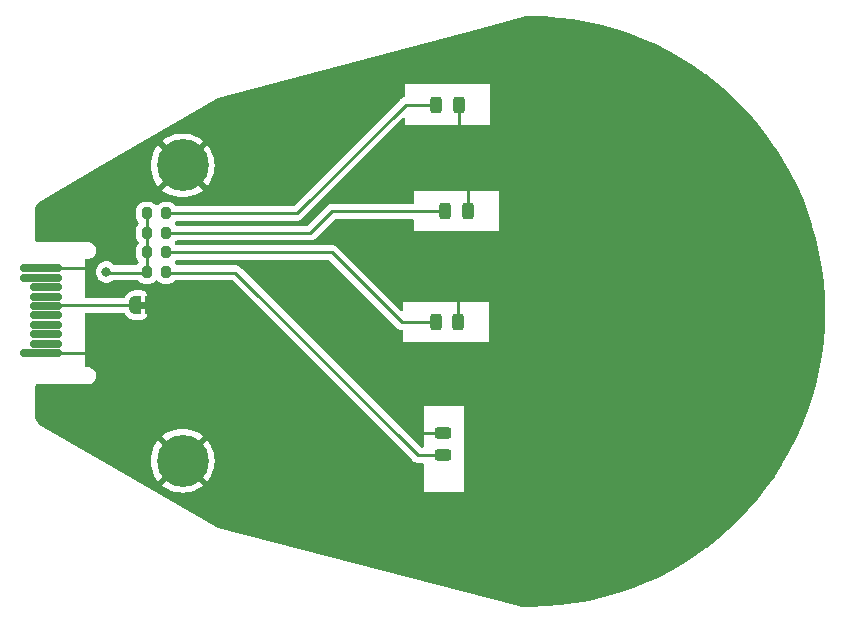
<source format=gbl>
G04 #@! TF.GenerationSoftware,KiCad,Pcbnew,8.0.1*
G04 #@! TF.CreationDate,2024-04-08T19:57:06+01:00*
G04 #@! TF.ProjectId,hexpansion,68657870-616e-4736-996f-6e2e6b696361,rev?*
G04 #@! TF.SameCoordinates,Original*
G04 #@! TF.FileFunction,Copper,L2,Bot*
G04 #@! TF.FilePolarity,Positive*
%FSLAX46Y46*%
G04 Gerber Fmt 4.6, Leading zero omitted, Abs format (unit mm)*
G04 Created by KiCad (PCBNEW 8.0.1) date 2024-04-08 19:57:06*
%MOMM*%
%LPD*%
G01*
G04 APERTURE LIST*
G04 Aperture macros list*
%AMRoundRect*
0 Rectangle with rounded corners*
0 $1 Rounding radius*
0 $2 $3 $4 $5 $6 $7 $8 $9 X,Y pos of 4 corners*
0 Add a 4 corners polygon primitive as box body*
4,1,4,$2,$3,$4,$5,$6,$7,$8,$9,$2,$3,0*
0 Add four circle primitives for the rounded corners*
1,1,$1+$1,$2,$3*
1,1,$1+$1,$4,$5*
1,1,$1+$1,$6,$7*
1,1,$1+$1,$8,$9*
0 Add four rect primitives between the rounded corners*
20,1,$1+$1,$2,$3,$4,$5,0*
20,1,$1+$1,$4,$5,$6,$7,0*
20,1,$1+$1,$6,$7,$8,$9,0*
20,1,$1+$1,$8,$9,$2,$3,0*%
%AMFreePoly0*
4,1,19,0.500000,-0.750000,0.000000,-0.750000,0.000000,-0.744911,-0.071157,-0.744911,-0.207708,-0.704816,-0.327430,-0.627875,-0.420627,-0.520320,-0.479746,-0.390866,-0.500000,-0.250000,-0.500000,0.250000,-0.479746,0.390866,-0.420627,0.520320,-0.327430,0.627875,-0.207708,0.704816,-0.071157,0.744911,0.000000,0.744911,0.000000,0.750000,0.500000,0.750000,0.500000,-0.750000,0.500000,-0.750000,
$1*%
%AMFreePoly1*
4,1,19,0.000000,0.744911,0.071157,0.744911,0.207708,0.704816,0.327430,0.627875,0.420627,0.520320,0.479746,0.390866,0.500000,0.250000,0.500000,-0.250000,0.479746,-0.390866,0.420627,-0.520320,0.327430,-0.627875,0.207708,-0.704816,0.071157,-0.744911,0.000000,-0.744911,0.000000,-0.750000,-0.500000,-0.750000,-0.500000,0.750000,0.000000,0.750000,0.000000,0.744911,0.000000,0.744911,
$1*%
G04 Aperture macros list end*
G04 #@! TA.AperFunction,EtchedComponent*
%ADD10C,0.000000*%
G04 #@! TD*
G04 #@! TA.AperFunction,SMDPad,CuDef*
%ADD11RoundRect,0.150000X-1.600000X-0.150000X1.600000X-0.150000X1.600000X0.150000X-1.600000X0.150000X0*%
G04 #@! TD*
G04 #@! TA.AperFunction,SMDPad,CuDef*
%ADD12RoundRect,0.150000X-1.200000X-0.150000X1.200000X-0.150000X1.200000X0.150000X-1.200000X0.150000X0*%
G04 #@! TD*
G04 #@! TA.AperFunction,ComponentPad*
%ADD13C,0.700000*%
G04 #@! TD*
G04 #@! TA.AperFunction,ComponentPad*
%ADD14C,4.400000*%
G04 #@! TD*
G04 #@! TA.AperFunction,SMDPad,CuDef*
%ADD15FreePoly0,0.000000*%
G04 #@! TD*
G04 #@! TA.AperFunction,SMDPad,CuDef*
%ADD16FreePoly1,0.000000*%
G04 #@! TD*
G04 #@! TA.AperFunction,SMDPad,CuDef*
%ADD17RoundRect,0.243750X0.243750X0.456250X-0.243750X0.456250X-0.243750X-0.456250X0.243750X-0.456250X0*%
G04 #@! TD*
G04 #@! TA.AperFunction,SMDPad,CuDef*
%ADD18RoundRect,0.200000X-0.200000X-0.275000X0.200000X-0.275000X0.200000X0.275000X-0.200000X0.275000X0*%
G04 #@! TD*
G04 #@! TA.AperFunction,SMDPad,CuDef*
%ADD19RoundRect,0.243750X-0.456250X0.243750X-0.456250X-0.243750X0.456250X-0.243750X0.456250X0.243750X0*%
G04 #@! TD*
G04 #@! TA.AperFunction,ViaPad*
%ADD20C,0.800000*%
G04 #@! TD*
G04 #@! TA.AperFunction,Conductor*
%ADD21C,0.250000*%
G04 #@! TD*
G04 APERTURE END LIST*
D10*
G04 #@! TA.AperFunction,EtchedComponent*
G36*
X109400000Y-99625000D02*
G01*
X108900000Y-99625000D01*
X108900000Y-99025000D01*
X109400000Y-99025000D01*
X109400000Y-99625000D01*
G37*
G04 #@! TD.AperFunction*
D11*
X100500000Y-103400000D03*
D12*
X100900000Y-102600000D03*
X100900000Y-101800000D03*
X100900000Y-101000000D03*
X100900000Y-100200000D03*
X100900000Y-99400000D03*
X100900000Y-98600000D03*
X100900000Y-97800000D03*
D11*
X100500000Y-97000000D03*
X100500000Y-96200000D03*
D13*
X110850000Y-87500000D03*
X111333274Y-86333274D03*
X111333274Y-88666726D03*
X112500000Y-85850000D03*
D14*
X112500000Y-87500000D03*
D13*
X112500000Y-89150000D03*
X113666726Y-86333274D03*
X113666726Y-88666726D03*
X114150000Y-87500000D03*
X110850000Y-112500000D03*
X111333274Y-111333274D03*
X111333274Y-113666726D03*
X112500000Y-110850000D03*
D14*
X112500000Y-112500000D03*
D13*
X112500000Y-114150000D03*
X113666726Y-111333274D03*
X113666726Y-113666726D03*
X114150000Y-112500000D03*
D15*
X108500000Y-99325000D03*
D16*
X109800000Y-99325000D03*
D17*
X136624300Y-91389200D03*
X134749300Y-91389200D03*
D18*
X109475000Y-96520000D03*
X111125000Y-96520000D03*
X109475000Y-93218000D03*
X111125000Y-93218000D03*
X109474000Y-94869000D03*
X111124000Y-94869000D03*
D19*
X134569200Y-110156900D03*
X134569200Y-112031900D03*
D18*
X109475000Y-91567000D03*
X111125000Y-91567000D03*
D17*
X135857100Y-100787200D03*
X133982100Y-100787200D03*
X135867500Y-82346800D03*
X133992500Y-82346800D03*
D20*
X106250000Y-105500000D03*
X106250000Y-94250000D03*
X106045000Y-96520000D03*
D21*
X135867500Y-84432500D02*
X135800000Y-84500000D01*
X135867500Y-82346800D02*
X135867500Y-84432500D01*
X136624300Y-89324300D02*
X136600000Y-89300000D01*
X136624300Y-91389200D02*
X136624300Y-89324300D01*
X135857100Y-98742900D02*
X135900000Y-98700000D01*
X135857100Y-100787200D02*
X135857100Y-98742900D01*
X132356900Y-110156900D02*
X132300000Y-110100000D01*
X134569200Y-110156900D02*
X132356900Y-110156900D01*
X116966485Y-96566485D02*
X132431900Y-112031900D01*
X132431900Y-112031900D02*
X134569200Y-112031900D01*
X111123861Y-96566485D02*
X116966485Y-96566485D01*
X131066000Y-100787200D02*
X133982100Y-100787200D01*
X125145800Y-91389200D02*
X134749300Y-91389200D01*
X123317000Y-93218000D02*
X125145800Y-91389200D01*
X111125000Y-93218000D02*
X123317000Y-93218000D01*
X131382916Y-82346800D02*
X133992500Y-82346800D01*
X122162716Y-91567000D02*
X131382916Y-82346800D01*
X111125000Y-91567000D02*
X122162716Y-91567000D01*
X100500000Y-96200000D02*
X104714000Y-96200000D01*
X104880000Y-103400000D02*
X105283000Y-102997000D01*
X104714000Y-96200000D02*
X104902000Y-96012000D01*
X100500000Y-103400000D02*
X104880000Y-103400000D01*
X109473861Y-96566485D02*
X106091485Y-96566485D01*
X109475000Y-94868000D02*
X109474000Y-94869000D01*
X106091485Y-96566485D02*
X106045000Y-96520000D01*
X109474000Y-94869000D02*
X109474000Y-96566346D01*
X109475000Y-91567000D02*
X109475000Y-93218000D01*
X109474000Y-96566346D02*
X109473861Y-96566485D01*
X109475000Y-93218000D02*
X109475000Y-94868000D01*
X108500000Y-99325000D02*
X100975000Y-99325000D01*
X100975000Y-99325000D02*
X100900000Y-99400000D01*
X125147800Y-94869000D02*
X131066000Y-100787200D01*
X111124000Y-94869000D02*
X125147800Y-94869000D01*
G04 #@! TA.AperFunction,Conductor*
G36*
X141902983Y-74856433D02*
G01*
X143137939Y-74887041D01*
X143144058Y-74887344D01*
X144369242Y-74978498D01*
X144375316Y-74979101D01*
X145590103Y-75129995D01*
X145596093Y-75130890D01*
X146798411Y-75340675D01*
X146804372Y-75341866D01*
X147992199Y-75609700D01*
X147998065Y-75611174D01*
X149169385Y-75936217D01*
X149175135Y-75937965D01*
X150327920Y-76319381D01*
X150333562Y-76321402D01*
X151465699Y-76758320D01*
X151471261Y-76760624D01*
X152580733Y-77252205D01*
X152586202Y-77254789D01*
X153671029Y-77800216D01*
X153676335Y-77803049D01*
X154734387Y-78401431D01*
X154739592Y-78404545D01*
X155768870Y-79055055D01*
X155773928Y-79058427D01*
X156772437Y-79760251D01*
X156777336Y-79763878D01*
X157742980Y-80516130D01*
X157747710Y-80520006D01*
X158678474Y-81321859D01*
X158683022Y-81325977D01*
X159576890Y-82176607D01*
X159581235Y-82180952D01*
X160431866Y-83074819D01*
X160435984Y-83079367D01*
X161237838Y-84010130D01*
X161241714Y-84014860D01*
X161993966Y-84980501D01*
X161997593Y-84985400D01*
X162699417Y-85983907D01*
X162702789Y-85988965D01*
X163353299Y-87018241D01*
X163356413Y-87023446D01*
X163954784Y-88081476D01*
X163957636Y-88086817D01*
X164503053Y-89171621D01*
X164505637Y-89177090D01*
X164997212Y-90286544D01*
X164999526Y-90292131D01*
X165436428Y-91424219D01*
X165438468Y-91429913D01*
X165819867Y-92582642D01*
X165821628Y-92588436D01*
X166146662Y-93759712D01*
X166148140Y-93765594D01*
X166415970Y-94953398D01*
X166417161Y-94959359D01*
X166626942Y-96161640D01*
X166627842Y-96167669D01*
X166778733Y-97382411D01*
X166779337Y-97388496D01*
X166870490Y-98613647D01*
X166870794Y-98619775D01*
X166901366Y-99853297D01*
X166901364Y-99859503D01*
X166868993Y-101139742D01*
X166868676Y-101146010D01*
X166772608Y-102409367D01*
X166771976Y-102415596D01*
X166613780Y-103660545D01*
X166612838Y-103666713D01*
X166394078Y-104891698D01*
X166392833Y-104897785D01*
X166115072Y-106101265D01*
X166113532Y-106107252D01*
X165778331Y-107287670D01*
X165776505Y-107293541D01*
X165385431Y-108449323D01*
X165383330Y-108455063D01*
X164937936Y-109584680D01*
X164935569Y-109590278D01*
X164437407Y-110692185D01*
X164434783Y-110697629D01*
X163885452Y-111770184D01*
X163882583Y-111775467D01*
X163283600Y-112817199D01*
X163280493Y-112822313D01*
X162633441Y-113831615D01*
X162630105Y-113836553D01*
X161936551Y-114811856D01*
X161932994Y-114816613D01*
X161194491Y-115756370D01*
X161190720Y-115760940D01*
X160408832Y-116663582D01*
X160404853Y-116667960D01*
X159581151Y-117531912D01*
X159576970Y-117536093D01*
X158713018Y-118359794D01*
X158708640Y-118363773D01*
X157805998Y-119145662D01*
X157801428Y-119149433D01*
X156861671Y-119887936D01*
X156856914Y-119891493D01*
X155881611Y-120585046D01*
X155876673Y-120588382D01*
X154867370Y-121235434D01*
X154862256Y-121238541D01*
X153820540Y-121837514D01*
X153815257Y-121840383D01*
X152742668Y-122389731D01*
X152737224Y-122392355D01*
X151635334Y-122890510D01*
X151629736Y-122892877D01*
X150500113Y-123338272D01*
X150494373Y-123340373D01*
X149338603Y-123731443D01*
X149332732Y-123733269D01*
X148152306Y-124068473D01*
X148146319Y-124070013D01*
X146942839Y-124347774D01*
X146936752Y-124349019D01*
X145711767Y-124567779D01*
X145705599Y-124568721D01*
X144460649Y-124726917D01*
X144454420Y-124727549D01*
X143191063Y-124823616D01*
X143184795Y-124823933D01*
X141903295Y-124856337D01*
X141899625Y-124856376D01*
X141687060Y-124855457D01*
X141685993Y-124855448D01*
X141472054Y-124852682D01*
X141470989Y-124852663D01*
X141257318Y-124848065D01*
X141256253Y-124848038D01*
X141020420Y-124840936D01*
X140992852Y-124836976D01*
X115516195Y-118190748D01*
X115485496Y-118178151D01*
X105650653Y-112500000D01*
X109795065Y-112500000D01*
X109814786Y-112826038D01*
X109873667Y-113147341D01*
X109970835Y-113459164D01*
X109970839Y-113459175D01*
X110104897Y-113757041D01*
X110104898Y-113757043D01*
X110273881Y-114036576D01*
X110421476Y-114224968D01*
X110939936Y-113706508D01*
X111133274Y-113706508D01*
X111163722Y-113780017D01*
X111219983Y-113836278D01*
X111293492Y-113866726D01*
X111373056Y-113866726D01*
X111446565Y-113836278D01*
X111502826Y-113780017D01*
X111533274Y-113706508D01*
X111533274Y-113626944D01*
X111502826Y-113553435D01*
X111446565Y-113497174D01*
X111373056Y-113466726D01*
X111293492Y-113466726D01*
X111219983Y-113497174D01*
X111163722Y-113553435D01*
X111133274Y-113626944D01*
X111133274Y-113706508D01*
X110939936Y-113706508D01*
X111563708Y-113082736D01*
X111660967Y-113216602D01*
X111783398Y-113339033D01*
X111917262Y-113436290D01*
X110775030Y-114578522D01*
X110775030Y-114578523D01*
X110963423Y-114726118D01*
X111242956Y-114895101D01*
X111242958Y-114895102D01*
X111540824Y-115029160D01*
X111540835Y-115029164D01*
X111852658Y-115126332D01*
X112173961Y-115185213D01*
X112500000Y-115204934D01*
X112826038Y-115185213D01*
X113147341Y-115126332D01*
X113459164Y-115029164D01*
X113459175Y-115029160D01*
X113757041Y-114895102D01*
X113757043Y-114895101D01*
X114036586Y-114726112D01*
X114224968Y-114578523D01*
X114224968Y-114578522D01*
X113352955Y-113706508D01*
X113466726Y-113706508D01*
X113497174Y-113780017D01*
X113553435Y-113836278D01*
X113626944Y-113866726D01*
X113706508Y-113866726D01*
X113780017Y-113836278D01*
X113836278Y-113780017D01*
X113866726Y-113706508D01*
X113866726Y-113626944D01*
X113836278Y-113553435D01*
X113780017Y-113497174D01*
X113706508Y-113466726D01*
X113626944Y-113466726D01*
X113553435Y-113497174D01*
X113497174Y-113553435D01*
X113466726Y-113626944D01*
X113466726Y-113706508D01*
X113352955Y-113706508D01*
X113082737Y-113436290D01*
X113216602Y-113339033D01*
X113339033Y-113216602D01*
X113436290Y-113082737D01*
X114578522Y-114224968D01*
X114578523Y-114224968D01*
X114726112Y-114036586D01*
X114895101Y-113757043D01*
X114895102Y-113757041D01*
X115029160Y-113459175D01*
X115029164Y-113459164D01*
X115126332Y-113147341D01*
X115185213Y-112826038D01*
X115204934Y-112500000D01*
X115185213Y-112173961D01*
X115126332Y-111852658D01*
X115029164Y-111540835D01*
X115029160Y-111540824D01*
X114895102Y-111242958D01*
X114895101Y-111242956D01*
X114726118Y-110963423D01*
X114578522Y-110775030D01*
X113436290Y-111917262D01*
X113339033Y-111783398D01*
X113216602Y-111660967D01*
X113082736Y-111563709D01*
X113273389Y-111373056D01*
X113466726Y-111373056D01*
X113497174Y-111446565D01*
X113553435Y-111502826D01*
X113626944Y-111533274D01*
X113706508Y-111533274D01*
X113780017Y-111502826D01*
X113836278Y-111446565D01*
X113866726Y-111373056D01*
X113866726Y-111293492D01*
X113836278Y-111219983D01*
X113780017Y-111163722D01*
X113706508Y-111133274D01*
X113626944Y-111133274D01*
X113553435Y-111163722D01*
X113497174Y-111219983D01*
X113466726Y-111293492D01*
X113466726Y-111373056D01*
X113273389Y-111373056D01*
X114224968Y-110421476D01*
X114036576Y-110273881D01*
X113757043Y-110104898D01*
X113757041Y-110104897D01*
X113459175Y-109970839D01*
X113459164Y-109970835D01*
X113147341Y-109873667D01*
X112826038Y-109814786D01*
X112500000Y-109795065D01*
X112173961Y-109814786D01*
X111852658Y-109873667D01*
X111540835Y-109970835D01*
X111540824Y-109970839D01*
X111242958Y-110104897D01*
X111242956Y-110104898D01*
X110963422Y-110273881D01*
X110963416Y-110273886D01*
X110775030Y-110421474D01*
X110775029Y-110421476D01*
X111917262Y-111563709D01*
X111783398Y-111660967D01*
X111660967Y-111783398D01*
X111563709Y-111917262D01*
X111019503Y-111373056D01*
X111133274Y-111373056D01*
X111163722Y-111446565D01*
X111219983Y-111502826D01*
X111293492Y-111533274D01*
X111373056Y-111533274D01*
X111446565Y-111502826D01*
X111502826Y-111446565D01*
X111533274Y-111373056D01*
X111533274Y-111293492D01*
X111502826Y-111219983D01*
X111446565Y-111163722D01*
X111373056Y-111133274D01*
X111293492Y-111133274D01*
X111219983Y-111163722D01*
X111163722Y-111219983D01*
X111133274Y-111293492D01*
X111133274Y-111373056D01*
X111019503Y-111373056D01*
X110421476Y-110775029D01*
X110421474Y-110775030D01*
X110273886Y-110963416D01*
X110273881Y-110963422D01*
X110104898Y-111242956D01*
X110104897Y-111242958D01*
X109970839Y-111540824D01*
X109970835Y-111540835D01*
X109873667Y-111852658D01*
X109814786Y-112173961D01*
X109795065Y-112500000D01*
X105650653Y-112500000D01*
X100501428Y-109527093D01*
X100498608Y-109525415D01*
X100420311Y-109477404D01*
X100402161Y-109463847D01*
X100264511Y-109339913D01*
X100247165Y-109320649D01*
X100139266Y-109172148D01*
X100126306Y-109149703D01*
X100051634Y-108982002D01*
X100043626Y-108957358D01*
X100005112Y-108776200D01*
X100002445Y-108753674D01*
X100000042Y-108661846D01*
X100000000Y-108658603D01*
X100000000Y-106253025D01*
X100000147Y-106246989D01*
X100000363Y-106242548D01*
X100001352Y-106222261D01*
X100010642Y-106180856D01*
X100030659Y-106132529D01*
X100057534Y-106092308D01*
X100092308Y-106057534D01*
X100132529Y-106030659D01*
X100180856Y-106010642D01*
X100222261Y-106001352D01*
X100241421Y-106000418D01*
X100246990Y-106000147D01*
X100253026Y-106000000D01*
X104500015Y-106000000D01*
X104551275Y-105998564D01*
X104578623Y-105997799D01*
X104731927Y-105962809D01*
X104873601Y-105894582D01*
X104996541Y-105796541D01*
X105094582Y-105673601D01*
X105162809Y-105531927D01*
X105197799Y-105378623D01*
X105200000Y-105300000D01*
X105197799Y-105221377D01*
X105162809Y-105068073D01*
X105094582Y-104926399D01*
X104996541Y-104803459D01*
X104873601Y-104705418D01*
X104873599Y-104705417D01*
X104873598Y-104705416D01*
X104731927Y-104637190D01*
X104578625Y-104602201D01*
X104578615Y-104602200D01*
X104500015Y-104600000D01*
X104500000Y-104600000D01*
X104389804Y-104600000D01*
X104322765Y-104580315D01*
X104277010Y-104527511D01*
X104265807Y-104476862D01*
X104260175Y-103666713D01*
X104235211Y-100075362D01*
X104254429Y-100008187D01*
X104306914Y-99962066D01*
X104359208Y-99950500D01*
X107486403Y-99950500D01*
X107553442Y-99970185D01*
X107599197Y-100022988D01*
X107615223Y-100058081D01*
X107615227Y-100058087D01*
X107615230Y-100058094D01*
X107675749Y-100152264D01*
X107693015Y-100179132D01*
X107693018Y-100179136D01*
X107787152Y-100287773D01*
X107787168Y-100287791D01*
X107787171Y-100287794D01*
X107895909Y-100382015D01*
X107956386Y-100420881D01*
X108016857Y-100459744D01*
X108016863Y-100459747D01*
X108147741Y-100519517D01*
X108285696Y-100560024D01*
X108428111Y-100580500D01*
X108428114Y-100580500D01*
X109000000Y-100580500D01*
X109071940Y-100575355D01*
X109209992Y-100534819D01*
X109331032Y-100457031D01*
X109425254Y-100348294D01*
X109485024Y-100217416D01*
X109505500Y-100075000D01*
X109505500Y-99610763D01*
X109505500Y-98575000D01*
X109500355Y-98503060D01*
X109459819Y-98365008D01*
X109397466Y-98267985D01*
X109382032Y-98243969D01*
X109382028Y-98243965D01*
X109273299Y-98149750D01*
X109273297Y-98149748D01*
X109273294Y-98149746D01*
X109273290Y-98149744D01*
X109142419Y-98089976D01*
X109142414Y-98089975D01*
X109000000Y-98069500D01*
X108428111Y-98069500D01*
X108428110Y-98069500D01*
X108285703Y-98089974D01*
X108285691Y-98089977D01*
X108147741Y-98130483D01*
X108016863Y-98190252D01*
X108016861Y-98190254D01*
X107901523Y-98264376D01*
X107900083Y-98265196D01*
X107895901Y-98267988D01*
X107787169Y-98362207D01*
X107787166Y-98362210D01*
X107693018Y-98470864D01*
X107693015Y-98470867D01*
X107636857Y-98558253D01*
X107625220Y-98576362D01*
X107615231Y-98591905D01*
X107615223Y-98591918D01*
X107599197Y-98627012D01*
X107553442Y-98679816D01*
X107486403Y-98699500D01*
X104348788Y-98699500D01*
X104281749Y-98679815D01*
X104235994Y-98627011D01*
X104224791Y-98576362D01*
X104210497Y-96520000D01*
X105139540Y-96520000D01*
X105159326Y-96708256D01*
X105159327Y-96708259D01*
X105217818Y-96888277D01*
X105217821Y-96888284D01*
X105312467Y-97052216D01*
X105369153Y-97115172D01*
X105439129Y-97192888D01*
X105592265Y-97304148D01*
X105592270Y-97304151D01*
X105765192Y-97381142D01*
X105765197Y-97381144D01*
X105950354Y-97420500D01*
X105950355Y-97420500D01*
X106139644Y-97420500D01*
X106139646Y-97420500D01*
X106324803Y-97381144D01*
X106497730Y-97304151D01*
X106602125Y-97228304D01*
X106619519Y-97215667D01*
X106685325Y-97192187D01*
X106692404Y-97191985D01*
X108629965Y-97191985D01*
X108697004Y-97211670D01*
X108717646Y-97228304D01*
X108839811Y-97350469D01*
X108839813Y-97350470D01*
X108839815Y-97350472D01*
X108985394Y-97438478D01*
X109147804Y-97489086D01*
X109218384Y-97495500D01*
X109218387Y-97495500D01*
X109731613Y-97495500D01*
X109731616Y-97495500D01*
X109802196Y-97489086D01*
X109964606Y-97438478D01*
X110110185Y-97350472D01*
X110156509Y-97304148D01*
X110212319Y-97248339D01*
X110273642Y-97214854D01*
X110343334Y-97219838D01*
X110387681Y-97248339D01*
X110489811Y-97350469D01*
X110489813Y-97350470D01*
X110489815Y-97350472D01*
X110635394Y-97438478D01*
X110797804Y-97489086D01*
X110868384Y-97495500D01*
X110868387Y-97495500D01*
X111381613Y-97495500D01*
X111381616Y-97495500D01*
X111452196Y-97489086D01*
X111614606Y-97438478D01*
X111760185Y-97350472D01*
X111806509Y-97304148D01*
X111882354Y-97228304D01*
X111943677Y-97194819D01*
X111970035Y-97191985D01*
X116656033Y-97191985D01*
X116723072Y-97211670D01*
X116743714Y-97228304D01*
X132033163Y-112517755D01*
X132033167Y-112517758D01*
X132135610Y-112586209D01*
X132135611Y-112586209D01*
X132135615Y-112586212D01*
X132202296Y-112613831D01*
X132202298Y-112613833D01*
X132249443Y-112633361D01*
X132249448Y-112633363D01*
X132269497Y-112637351D01*
X132303096Y-112644034D01*
X132370292Y-112657401D01*
X132370294Y-112657401D01*
X132499621Y-112657401D01*
X132499641Y-112657400D01*
X132776000Y-112657400D01*
X132843039Y-112677085D01*
X132888794Y-112729889D01*
X132900000Y-112781400D01*
X132900000Y-115139000D01*
X136329000Y-115139000D01*
X136329000Y-107900000D01*
X132900000Y-107900000D01*
X132900000Y-111282400D01*
X132880315Y-111349439D01*
X132827511Y-111395194D01*
X132776000Y-111406400D01*
X132742353Y-111406400D01*
X132675314Y-111386715D01*
X132654672Y-111370081D01*
X117452343Y-96167752D01*
X117365218Y-96080627D01*
X117295650Y-96034143D01*
X117262771Y-96012173D01*
X117262772Y-96012173D01*
X117262770Y-96012172D01*
X117222524Y-95995502D01*
X117182277Y-95978832D01*
X117148938Y-95965022D01*
X117138912Y-95963028D01*
X117088514Y-95953003D01*
X117028095Y-95940985D01*
X117028092Y-95940985D01*
X117028091Y-95940985D01*
X112029704Y-95940985D01*
X111962665Y-95921300D01*
X111923587Y-95881135D01*
X111880473Y-95809816D01*
X111852338Y-95781681D01*
X111818853Y-95720358D01*
X111823837Y-95650666D01*
X111852337Y-95606319D01*
X111879472Y-95579185D01*
X111894486Y-95554349D01*
X111946014Y-95507162D01*
X112000602Y-95494500D01*
X124837348Y-95494500D01*
X124904387Y-95514185D01*
X124925029Y-95530819D01*
X130667263Y-101273055D01*
X130667267Y-101273058D01*
X130769710Y-101341509D01*
X130769711Y-101341509D01*
X130769715Y-101341512D01*
X130836396Y-101369131D01*
X130836398Y-101369133D01*
X130883543Y-101388661D01*
X130883548Y-101388663D01*
X130903597Y-101392651D01*
X130937196Y-101399334D01*
X131004392Y-101412701D01*
X131067000Y-101412701D01*
X131134039Y-101432386D01*
X131179794Y-101485190D01*
X131191000Y-101536701D01*
X131191000Y-102489000D01*
X138430000Y-102489000D01*
X138430000Y-99060000D01*
X131191000Y-99060000D01*
X131191000Y-99728247D01*
X131171315Y-99795286D01*
X131118511Y-99841041D01*
X131049353Y-99850985D01*
X130985797Y-99821960D01*
X130979319Y-99815928D01*
X125640728Y-94477338D01*
X125640725Y-94477334D01*
X125640725Y-94477335D01*
X125633658Y-94470268D01*
X125633658Y-94470267D01*
X125546533Y-94383142D01*
X125546532Y-94383141D01*
X125546531Y-94383140D01*
X125495309Y-94348915D01*
X125461615Y-94326401D01*
X125444086Y-94314688D01*
X125444083Y-94314686D01*
X125444080Y-94314685D01*
X125363592Y-94281347D01*
X125330253Y-94267537D01*
X125320227Y-94265543D01*
X125269829Y-94255518D01*
X125209410Y-94243500D01*
X125209407Y-94243500D01*
X125209406Y-94243500D01*
X112000602Y-94243500D01*
X111933563Y-94223815D01*
X111894486Y-94183651D01*
X111879471Y-94158814D01*
X111879468Y-94158810D01*
X111852338Y-94131680D01*
X111818853Y-94070357D01*
X111823837Y-94000665D01*
X111852336Y-93956320D01*
X111880472Y-93928185D01*
X111895486Y-93903349D01*
X111947014Y-93856162D01*
X112001602Y-93843500D01*
X123378607Y-93843500D01*
X123439029Y-93831481D01*
X123499452Y-93819463D01*
X123499455Y-93819461D01*
X123499458Y-93819461D01*
X123532787Y-93805654D01*
X123532786Y-93805654D01*
X123532792Y-93805652D01*
X123613286Y-93772312D01*
X123664509Y-93738084D01*
X123715733Y-93703858D01*
X123802858Y-93616733D01*
X123802859Y-93616731D01*
X123809925Y-93609665D01*
X123809927Y-93609661D01*
X125368571Y-92051019D01*
X125429894Y-92017534D01*
X125456252Y-92014700D01*
X131956000Y-92014700D01*
X132023039Y-92034385D01*
X132068794Y-92087189D01*
X132080000Y-92138700D01*
X132080000Y-93091000D01*
X139319000Y-93091000D01*
X139319000Y-89662000D01*
X132080000Y-89662000D01*
X132080000Y-90639700D01*
X132060315Y-90706739D01*
X132007511Y-90752494D01*
X131956000Y-90763700D01*
X125084189Y-90763700D01*
X125023771Y-90775718D01*
X124963348Y-90787737D01*
X124963343Y-90787738D01*
X124929346Y-90801820D01*
X124916197Y-90807267D01*
X124893969Y-90816474D01*
X124849513Y-90834888D01*
X124839357Y-90841675D01*
X124839249Y-90841747D01*
X124747068Y-90903340D01*
X124711743Y-90938666D01*
X124659942Y-90990467D01*
X124659939Y-90990470D01*
X123094229Y-92556181D01*
X123032906Y-92589666D01*
X123006548Y-92592500D01*
X112001602Y-92592500D01*
X111934563Y-92572815D01*
X111895486Y-92532651D01*
X111894430Y-92530904D01*
X111880472Y-92507815D01*
X111852837Y-92480180D01*
X111819353Y-92418860D01*
X111824337Y-92349168D01*
X111852837Y-92304819D01*
X111880472Y-92277185D01*
X111895486Y-92252349D01*
X111947014Y-92205162D01*
X112001602Y-92192500D01*
X122224323Y-92192500D01*
X122284745Y-92180481D01*
X122345168Y-92168463D01*
X122345171Y-92168461D01*
X122345174Y-92168461D01*
X122378503Y-92154654D01*
X122378502Y-92154654D01*
X122378508Y-92154652D01*
X122459002Y-92121312D01*
X122510225Y-92087084D01*
X122561449Y-92052858D01*
X122648574Y-91965733D01*
X122648575Y-91965731D01*
X122655641Y-91958665D01*
X122655643Y-91958661D01*
X131106321Y-83507984D01*
X131167642Y-83474501D01*
X131237334Y-83479485D01*
X131293267Y-83521357D01*
X131317684Y-83586821D01*
X131318000Y-83595667D01*
X131318000Y-84074000D01*
X138557000Y-84074000D01*
X138557000Y-80645000D01*
X131318000Y-80645000D01*
X131318000Y-81620193D01*
X131298315Y-81687232D01*
X131245511Y-81732987D01*
X131218193Y-81741810D01*
X131200463Y-81745336D01*
X131200462Y-81745337D01*
X131169030Y-81758357D01*
X131153313Y-81764867D01*
X131131085Y-81774074D01*
X131086629Y-81792488D01*
X131076473Y-81799275D01*
X131076365Y-81799347D01*
X130984184Y-81860940D01*
X130940621Y-81904503D01*
X130897058Y-81948067D01*
X130897055Y-81948070D01*
X126418040Y-86427086D01*
X121939945Y-90905181D01*
X121878622Y-90938666D01*
X121852264Y-90941500D01*
X112001602Y-90941500D01*
X111934563Y-90921815D01*
X111895486Y-90881651D01*
X111880471Y-90856814D01*
X111880468Y-90856810D01*
X111760188Y-90736530D01*
X111665543Y-90679315D01*
X111614606Y-90648522D01*
X111452196Y-90597914D01*
X111452194Y-90597913D01*
X111452192Y-90597913D01*
X111402778Y-90593423D01*
X111381616Y-90591500D01*
X110868384Y-90591500D01*
X110849145Y-90593248D01*
X110797807Y-90597913D01*
X110635393Y-90648522D01*
X110489811Y-90736530D01*
X110489810Y-90736531D01*
X110387681Y-90838661D01*
X110326358Y-90872146D01*
X110256666Y-90867162D01*
X110212319Y-90838661D01*
X110110188Y-90736530D01*
X110015543Y-90679315D01*
X109964606Y-90648522D01*
X109802196Y-90597914D01*
X109802194Y-90597913D01*
X109802192Y-90597913D01*
X109752778Y-90593423D01*
X109731616Y-90591500D01*
X109218384Y-90591500D01*
X109199145Y-90593248D01*
X109147807Y-90597913D01*
X108985393Y-90648522D01*
X108839811Y-90736530D01*
X108719530Y-90856811D01*
X108631522Y-91002393D01*
X108580913Y-91164807D01*
X108574500Y-91235386D01*
X108574500Y-91898613D01*
X108580913Y-91969192D01*
X108580913Y-91969194D01*
X108580914Y-91969196D01*
X108631522Y-92131606D01*
X108719527Y-92277184D01*
X108719530Y-92277188D01*
X108747161Y-92304819D01*
X108780646Y-92366142D01*
X108775662Y-92435834D01*
X108747161Y-92480181D01*
X108719531Y-92507810D01*
X108719530Y-92507811D01*
X108631522Y-92653393D01*
X108580913Y-92815807D01*
X108574500Y-92886386D01*
X108574500Y-93549613D01*
X108580913Y-93620192D01*
X108580913Y-93620194D01*
X108580914Y-93620196D01*
X108631522Y-93782606D01*
X108719527Y-93928184D01*
X108719530Y-93928188D01*
X108746661Y-93955319D01*
X108780146Y-94016642D01*
X108775162Y-94086334D01*
X108746661Y-94130681D01*
X108718531Y-94158810D01*
X108718530Y-94158811D01*
X108630522Y-94304393D01*
X108579913Y-94466807D01*
X108573500Y-94537386D01*
X108573500Y-95200613D01*
X108579913Y-95271192D01*
X108579913Y-95271194D01*
X108579914Y-95271196D01*
X108630522Y-95433606D01*
X108718527Y-95579184D01*
X108718530Y-95579188D01*
X108746661Y-95607319D01*
X108780146Y-95668642D01*
X108775162Y-95738334D01*
X108746663Y-95782680D01*
X108719525Y-95809818D01*
X108676413Y-95881135D01*
X108624885Y-95928323D01*
X108570296Y-95940985D01*
X106790603Y-95940985D01*
X106723564Y-95921300D01*
X106698453Y-95899957D01*
X106650870Y-95847111D01*
X106650864Y-95847106D01*
X106497734Y-95735851D01*
X106497729Y-95735848D01*
X106324807Y-95658857D01*
X106324802Y-95658855D01*
X106179001Y-95627865D01*
X106139646Y-95619500D01*
X105950354Y-95619500D01*
X105917897Y-95626398D01*
X105765197Y-95658855D01*
X105765192Y-95658857D01*
X105592270Y-95735848D01*
X105592265Y-95735851D01*
X105439129Y-95847111D01*
X105312466Y-95987785D01*
X105217821Y-96151715D01*
X105217818Y-96151722D01*
X105159327Y-96331740D01*
X105159326Y-96331744D01*
X105139540Y-96520000D01*
X104210497Y-96520000D01*
X104203579Y-95524862D01*
X104222797Y-95457687D01*
X104275282Y-95411566D01*
X104327576Y-95400000D01*
X104500015Y-95400000D01*
X104551275Y-95398564D01*
X104578623Y-95397799D01*
X104731927Y-95362809D01*
X104873601Y-95294582D01*
X104996541Y-95196541D01*
X105094582Y-95073601D01*
X105162809Y-94931927D01*
X105197799Y-94778623D01*
X105200000Y-94700000D01*
X105197799Y-94621377D01*
X105162809Y-94468073D01*
X105162199Y-94466807D01*
X105094583Y-94326401D01*
X105094582Y-94326400D01*
X105094582Y-94326399D01*
X104996541Y-94203459D01*
X104873601Y-94105418D01*
X104873599Y-94105417D01*
X104873598Y-94105416D01*
X104731927Y-94037190D01*
X104578625Y-94002201D01*
X104578615Y-94002200D01*
X104500015Y-94000000D01*
X104500000Y-94000000D01*
X100253026Y-94000000D01*
X100246986Y-93999853D01*
X100237667Y-93999398D01*
X100222260Y-93998647D01*
X100180850Y-93989355D01*
X100132533Y-93969342D01*
X100092305Y-93942462D01*
X100057537Y-93907694D01*
X100030657Y-93867466D01*
X100025975Y-93856162D01*
X100010642Y-93819145D01*
X100001352Y-93777737D01*
X100000147Y-93753010D01*
X100000000Y-93746974D01*
X100000000Y-91341352D01*
X100000041Y-91338159D01*
X100000048Y-91337880D01*
X100002406Y-91246341D01*
X100005074Y-91223767D01*
X100043585Y-91042625D01*
X100051596Y-91017975D01*
X100126273Y-90850266D01*
X100139232Y-90827825D01*
X100247139Y-90679315D01*
X100264485Y-90660052D01*
X100402126Y-90536127D01*
X100420298Y-90522557D01*
X100498765Y-90474481D01*
X100501276Y-90472985D01*
X105637237Y-87500000D01*
X109795065Y-87500000D01*
X109814786Y-87826038D01*
X109873667Y-88147341D01*
X109970835Y-88459164D01*
X109970839Y-88459175D01*
X110104897Y-88757041D01*
X110104898Y-88757043D01*
X110273881Y-89036576D01*
X110421476Y-89224968D01*
X110939936Y-88706508D01*
X111133274Y-88706508D01*
X111163722Y-88780017D01*
X111219983Y-88836278D01*
X111293492Y-88866726D01*
X111373056Y-88866726D01*
X111446565Y-88836278D01*
X111502826Y-88780017D01*
X111533274Y-88706508D01*
X111533274Y-88626944D01*
X111502826Y-88553435D01*
X111446565Y-88497174D01*
X111373056Y-88466726D01*
X111293492Y-88466726D01*
X111219983Y-88497174D01*
X111163722Y-88553435D01*
X111133274Y-88626944D01*
X111133274Y-88706508D01*
X110939936Y-88706508D01*
X111563708Y-88082736D01*
X111660967Y-88216602D01*
X111783398Y-88339033D01*
X111917262Y-88436290D01*
X110775030Y-89578522D01*
X110775030Y-89578523D01*
X110963423Y-89726118D01*
X111242956Y-89895101D01*
X111242958Y-89895102D01*
X111540824Y-90029160D01*
X111540835Y-90029164D01*
X111852658Y-90126332D01*
X112173961Y-90185213D01*
X112500000Y-90204934D01*
X112826038Y-90185213D01*
X113147341Y-90126332D01*
X113459164Y-90029164D01*
X113459175Y-90029160D01*
X113757041Y-89895102D01*
X113757043Y-89895101D01*
X114036586Y-89726112D01*
X114224968Y-89578523D01*
X114224968Y-89578522D01*
X113352955Y-88706508D01*
X113466726Y-88706508D01*
X113497174Y-88780017D01*
X113553435Y-88836278D01*
X113626944Y-88866726D01*
X113706508Y-88866726D01*
X113780017Y-88836278D01*
X113836278Y-88780017D01*
X113866726Y-88706508D01*
X113866726Y-88626944D01*
X113836278Y-88553435D01*
X113780017Y-88497174D01*
X113706508Y-88466726D01*
X113626944Y-88466726D01*
X113553435Y-88497174D01*
X113497174Y-88553435D01*
X113466726Y-88626944D01*
X113466726Y-88706508D01*
X113352955Y-88706508D01*
X113082737Y-88436290D01*
X113216602Y-88339033D01*
X113339033Y-88216602D01*
X113436290Y-88082737D01*
X114578522Y-89224968D01*
X114578523Y-89224968D01*
X114726112Y-89036586D01*
X114895101Y-88757043D01*
X114895102Y-88757041D01*
X115029160Y-88459175D01*
X115029164Y-88459164D01*
X115126332Y-88147341D01*
X115185213Y-87826038D01*
X115204934Y-87500000D01*
X115185213Y-87173961D01*
X115126332Y-86852658D01*
X115029164Y-86540835D01*
X115029160Y-86540824D01*
X114895102Y-86242958D01*
X114895101Y-86242956D01*
X114726118Y-85963423D01*
X114578522Y-85775030D01*
X113436290Y-86917262D01*
X113339033Y-86783398D01*
X113216602Y-86660967D01*
X113082736Y-86563709D01*
X113273389Y-86373056D01*
X113466726Y-86373056D01*
X113497174Y-86446565D01*
X113553435Y-86502826D01*
X113626944Y-86533274D01*
X113706508Y-86533274D01*
X113780017Y-86502826D01*
X113836278Y-86446565D01*
X113866726Y-86373056D01*
X113866726Y-86293492D01*
X113836278Y-86219983D01*
X113780017Y-86163722D01*
X113706508Y-86133274D01*
X113626944Y-86133274D01*
X113553435Y-86163722D01*
X113497174Y-86219983D01*
X113466726Y-86293492D01*
X113466726Y-86373056D01*
X113273389Y-86373056D01*
X114224968Y-85421476D01*
X114036576Y-85273881D01*
X113757043Y-85104898D01*
X113757041Y-85104897D01*
X113459175Y-84970839D01*
X113459164Y-84970835D01*
X113147341Y-84873667D01*
X112826038Y-84814786D01*
X112500000Y-84795065D01*
X112173961Y-84814786D01*
X111852658Y-84873667D01*
X111540835Y-84970835D01*
X111540824Y-84970839D01*
X111242958Y-85104897D01*
X111242956Y-85104898D01*
X110963422Y-85273881D01*
X110963416Y-85273886D01*
X110775030Y-85421474D01*
X110775029Y-85421476D01*
X111917262Y-86563709D01*
X111783398Y-86660967D01*
X111660967Y-86783398D01*
X111563709Y-86917262D01*
X111019503Y-86373056D01*
X111133274Y-86373056D01*
X111163722Y-86446565D01*
X111219983Y-86502826D01*
X111293492Y-86533274D01*
X111373056Y-86533274D01*
X111446565Y-86502826D01*
X111502826Y-86446565D01*
X111533274Y-86373056D01*
X111533274Y-86293492D01*
X111502826Y-86219983D01*
X111446565Y-86163722D01*
X111373056Y-86133274D01*
X111293492Y-86133274D01*
X111219983Y-86163722D01*
X111163722Y-86219983D01*
X111133274Y-86293492D01*
X111133274Y-86373056D01*
X111019503Y-86373056D01*
X110421476Y-85775029D01*
X110421474Y-85775030D01*
X110273886Y-85963416D01*
X110273881Y-85963422D01*
X110104898Y-86242956D01*
X110104897Y-86242958D01*
X109970839Y-86540824D01*
X109970835Y-86540835D01*
X109873667Y-86852658D01*
X109814786Y-87173961D01*
X109795065Y-87500000D01*
X105637237Y-87500000D01*
X115465734Y-81810710D01*
X115496021Y-81798185D01*
X137567948Y-75936211D01*
X141613274Y-74861833D01*
X141644158Y-74857682D01*
X141670902Y-74857478D01*
X141772185Y-74856706D01*
X141772264Y-74856705D01*
X141899620Y-74856396D01*
X141902983Y-74856433D01*
G37*
G04 #@! TD.AperFunction*
M02*

</source>
